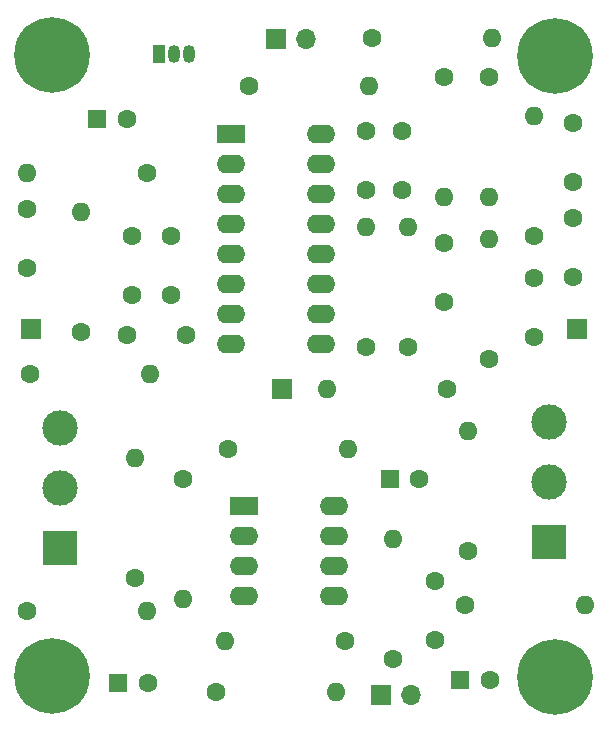
<source format=gbs>
G04 #@! TF.GenerationSoftware,KiCad,Pcbnew,6.0.2+dfsg-1*
G04 #@! TF.CreationDate,2023-05-23T14:21:47-03:00*
G04 #@! TF.ProjectId,pedal,70656461-6c2e-46b6-9963-61645f706362,rev?*
G04 #@! TF.SameCoordinates,Original*
G04 #@! TF.FileFunction,Soldermask,Bot*
G04 #@! TF.FilePolarity,Negative*
%FSLAX46Y46*%
G04 Gerber Fmt 4.6, Leading zero omitted, Abs format (unit mm)*
G04 Created by KiCad (PCBNEW 6.0.2+dfsg-1) date 2023-05-23 14:21:47*
%MOMM*%
%LPD*%
G01*
G04 APERTURE LIST*
%ADD10R,1.700000X1.700000*%
%ADD11C,1.600000*%
%ADD12O,1.600000X1.600000*%
%ADD13R,1.050000X1.500000*%
%ADD14O,1.050000X1.500000*%
%ADD15R,1.600000X1.600000*%
%ADD16O,1.700000X1.700000*%
%ADD17R,3.000000X3.000000*%
%ADD18C,3.000000*%
%ADD19C,6.400000*%
%ADD20C,3.600000*%
%ADD21R,2.400000X1.600000*%
%ADD22O,2.400000X1.600000*%
G04 APERTURE END LIST*
D10*
X116423314Y-96922311D03*
D11*
X105228000Y-75548000D03*
D12*
X105228000Y-85708000D03*
D11*
X102180000Y-98408000D03*
D12*
X102180000Y-88248000D03*
D11*
X112848000Y-89010000D03*
D12*
X112848000Y-78850000D03*
D11*
X100910000Y-124824000D03*
D12*
X100910000Y-114664000D03*
D11*
X96846000Y-123300000D03*
D12*
X86686000Y-123300000D03*
D11*
X98624000Y-98408000D03*
D12*
X98624000Y-88248000D03*
D13*
X81098000Y-73622000D03*
D14*
X82368000Y-73622000D03*
X83638000Y-73622000D03*
D11*
X74494000Y-97138000D03*
D12*
X74494000Y-86978000D03*
D11*
X101662000Y-80170000D03*
X101662000Y-85170000D03*
D15*
X100601552Y-109584000D03*
D11*
X103101552Y-109584000D03*
X70176000Y-100694000D03*
D12*
X80336000Y-100694000D03*
D11*
X116150000Y-84438000D03*
X116150000Y-79438000D03*
D10*
X90927000Y-72390000D03*
D16*
X93467000Y-72390000D03*
D11*
X107260000Y-115680000D03*
D12*
X107260000Y-105520000D03*
D10*
X70209688Y-96922311D03*
D11*
X112848000Y-92606000D03*
X112848000Y-97606000D03*
D17*
X114118000Y-114918000D03*
D18*
X114118000Y-109838000D03*
X114118000Y-104758000D03*
D11*
X116150000Y-92526000D03*
X116150000Y-87526000D03*
X85924000Y-127618000D03*
D12*
X96084000Y-127618000D03*
D19*
X72026000Y-73700000D03*
D20*
X72026000Y-73700000D03*
D11*
X78812000Y-94050000D03*
X78812000Y-89050000D03*
D19*
X114626000Y-73748000D03*
D20*
X114626000Y-73748000D03*
D11*
X69922000Y-120760000D03*
D12*
X80082000Y-120760000D03*
X109038000Y-85708000D03*
D11*
X109038000Y-75548000D03*
X80082000Y-83676000D03*
D12*
X69922000Y-83676000D03*
D21*
X88220000Y-111880000D03*
D22*
X88220000Y-114420000D03*
X88220000Y-116960000D03*
X88220000Y-119500000D03*
X95840000Y-119500000D03*
X95840000Y-116960000D03*
X95840000Y-114420000D03*
X95840000Y-111880000D03*
D11*
X88718000Y-76310000D03*
D12*
X98878000Y-76310000D03*
D11*
X99132000Y-72246000D03*
D12*
X109292000Y-72246000D03*
D17*
X72716000Y-115426000D03*
D18*
X72716000Y-110346000D03*
X72716000Y-105266000D03*
D21*
X87194000Y-80374000D03*
D22*
X87194000Y-82914000D03*
X87194000Y-85454000D03*
X87194000Y-87994000D03*
X87194000Y-90534000D03*
X87194000Y-93074000D03*
X87194000Y-95614000D03*
X87194000Y-98154000D03*
X94814000Y-98154000D03*
X94814000Y-95614000D03*
X94814000Y-93074000D03*
X94814000Y-90534000D03*
X94814000Y-87994000D03*
X94814000Y-85454000D03*
X94814000Y-82914000D03*
X94814000Y-80374000D03*
D15*
X106562888Y-126602000D03*
D11*
X109062888Y-126602000D03*
X86940000Y-107044000D03*
D12*
X97100000Y-107044000D03*
D11*
X83130000Y-109584000D03*
D12*
X83130000Y-119744000D03*
D11*
X109038000Y-99424000D03*
D12*
X109038000Y-89264000D03*
D11*
X78344000Y-97392000D03*
X83344000Y-97392000D03*
X107006000Y-120252000D03*
D12*
X117166000Y-120252000D03*
D11*
X78328888Y-79104000D03*
D15*
X75828888Y-79104000D03*
D11*
X104466000Y-118260000D03*
X104466000Y-123260000D03*
D15*
X77606888Y-126856000D03*
D11*
X80106888Y-126856000D03*
X105482000Y-101964000D03*
D12*
X95322000Y-101964000D03*
D11*
X105218000Y-89608000D03*
X105218000Y-94608000D03*
D20*
X72026000Y-126300000D03*
D19*
X72026000Y-126300000D03*
D10*
X99889000Y-127872000D03*
D16*
X102429000Y-127872000D03*
D11*
X82114000Y-94050000D03*
X82114000Y-89050000D03*
D10*
X91512000Y-101964000D03*
D11*
X98614000Y-80170000D03*
X98614000Y-85170000D03*
X69922000Y-91764000D03*
X69922000Y-86764000D03*
X79066000Y-117966000D03*
D12*
X79066000Y-107806000D03*
D20*
X114626000Y-126348000D03*
D19*
X114626000Y-126348000D03*
M02*

</source>
